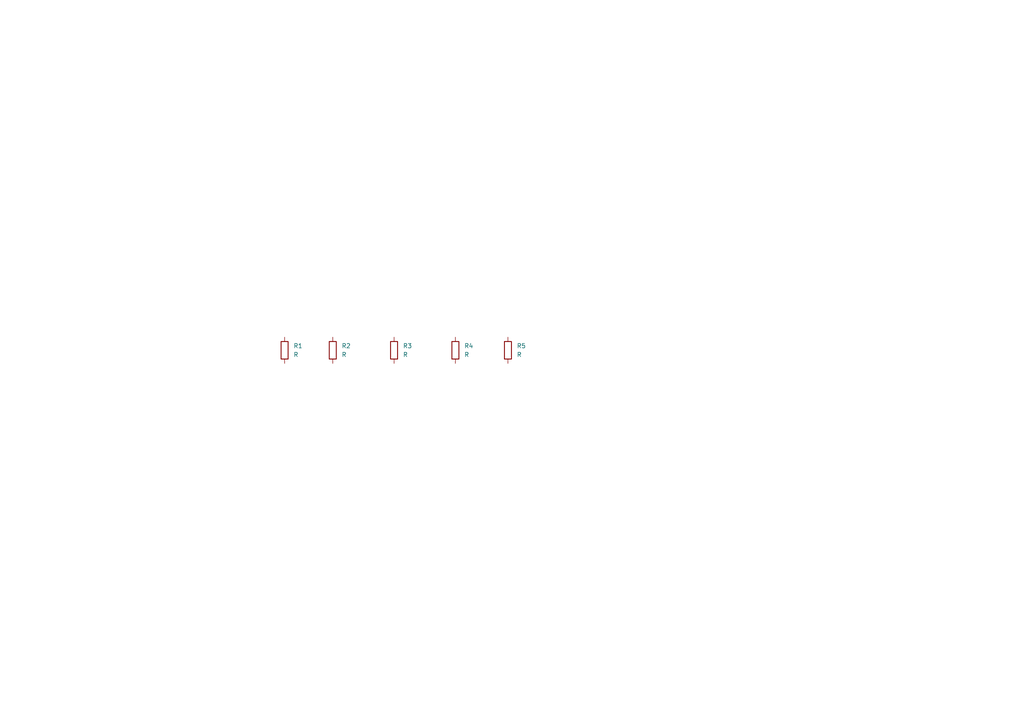
<source format=kicad_sch>
(kicad_sch (version 20231120) (generator "eeschema") (generator_version "8.0")
  (paper "A4")
  (lib_symbols
    (symbol "Device:R" (pin_numbers hide) (pin_names (offset 0))
      (property "Reference" "R" (at 2.032 0 90))
      (property "Value" "R" (at 0 0 90))
      (symbol "R_0_1"
        (rectangle (start -1.016 -2.54) (end 1.016 2.54) (stroke (width 0.254)))
      )
      (symbol "R_1_1"
        (pin passive line (at 0 3.81 270) (length 1.27) (name "~") (number "1"))
        (pin passive line (at 0 -3.81 90) (length 1.27) (name "~") (number "2"))
      )
    )
  )
  (symbol (lib_id "Device:R") (at 96.52 101.6 0) (unit 1)
    (property "Reference" "R2" (at 99.06 100.3299 0) (effects (justify left)))
    (property "Value" "R" (at 99.06 102.8699 0) (effects (justify left)))
    (property "Description" "Resistor" (effects (hide yes)))
  )
  (symbol (lib_id "Device:R") (at 82.55 101.6 0) (unit 1)
    (property "Reference" "R1" (at 85.09 100.3299 0) (effects (justify left)))
    (property "Value" "R" (at 85.09 102.8699 0) (effects (justify left)))
    (property "Description" "Resistor" (effects (hide yes)))
  )
  (symbol (lib_id "Device:R") (at 147.32 101.6 0) (unit 1)
    (property "Reference" "R5" (at 149.86 100.3299 0) (effects (justify left)))
    (property "Value" "R" (at 149.86 102.8699 0) (effects (justify left)))
    (property "Description" "Resistor" (effects (hide yes)))
  )
  (symbol (lib_id "Device:R") (at 114.3 101.6 0) (unit 1)
    (property "Reference" "R3" (at 116.84 100.3299 0) (effects (justify left)))
    (property "Value" "R" (at 116.84 102.8699 0) (effects (justify left)))
    (property "Description" "Resistor" (effects (hide yes)))
  )
  (symbol (lib_id "Device:R") (at 132.08 101.6 0) (unit 1)
    (property "Reference" "R4" (at 134.62 100.3299 0) (effects (justify left)))
    (property "Value" "R" (at 134.62 102.8699 0) (effects (justify left)))
    (property "Description" "Resistor" (effects (hide yes)))
  )
)
</source>
